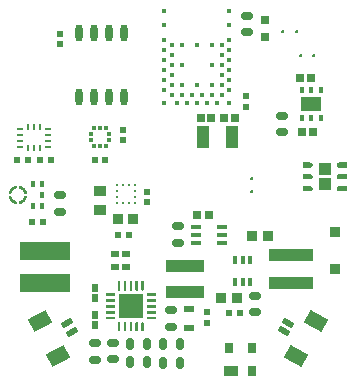
<source format=gtp>
G04*
G04 #@! TF.GenerationSoftware,Altium Limited,Altium Designer,20.2.6 (244)*
G04*
G04 Layer_Color=8421504*
%FSLAX25Y25*%
%MOIN*%
G70*
G04*
G04 #@! TF.SameCoordinates,E73447B6-61B4-4EEF-956E-7A2C62B3FEF5*
G04*
G04*
G04 #@! TF.FilePolarity,Positive*
G04*
G01*
G75*
%ADD11C,0.00984*%
%ADD19R,0.03937X0.03937*%
%ADD20R,0.01661X0.01968*%
%ADD21R,0.03228X0.03228*%
%ADD22R,0.03228X0.03228*%
%ADD23R,0.03228X0.03228*%
%ADD24R,0.01575X0.01575*%
%ADD25R,0.02677X0.02520*%
%ADD26C,0.01595*%
G04:AMPARAMS|DCode=27|XSize=66.93mil|YSize=47.24mil|CornerRadius=0mil|HoleSize=0mil|Usage=FLASHONLY|Rotation=28.000|XOffset=0mil|YOffset=0mil|HoleType=Round|Shape=Rectangle|*
%AMROTATEDRECTD27*
4,1,4,-0.01846,-0.03657,-0.04064,0.00515,0.01846,0.03657,0.04064,-0.00515,-0.01846,-0.03657,0.0*
%
%ADD27ROTATEDRECTD27*%

G04:AMPARAMS|DCode=28|XSize=39.37mil|YSize=19.68mil|CornerRadius=0mil|HoleSize=0mil|Usage=FLASHONLY|Rotation=28.000|XOffset=0mil|YOffset=0mil|HoleType=Round|Shape=Rectangle|*
%AMROTATEDRECTD28*
4,1,4,-0.01276,-0.01793,-0.02200,-0.00055,0.01276,0.01793,0.02200,0.00055,-0.01276,-0.01793,0.0*
%
%ADD28ROTATEDRECTD28*%

%ADD29R,0.04331X0.07480*%
%ADD30R,0.03740X0.03543*%
G04:AMPARAMS|DCode=31|XSize=39.37mil|YSize=27.56mil|CornerRadius=6.89mil|HoleSize=0mil|Usage=FLASHONLY|Rotation=180.000|XOffset=0mil|YOffset=0mil|HoleType=Round|Shape=RoundedRectangle|*
%AMROUNDEDRECTD31*
21,1,0.03937,0.01378,0,0,180.0*
21,1,0.02559,0.02756,0,0,180.0*
1,1,0.01378,-0.01280,0.00689*
1,1,0.01378,0.01280,0.00689*
1,1,0.01378,0.01280,-0.00689*
1,1,0.01378,-0.01280,-0.00689*
%
%ADD31ROUNDEDRECTD31*%
G04:AMPARAMS|DCode=32|XSize=39.37mil|YSize=27.56mil|CornerRadius=6.89mil|HoleSize=0mil|Usage=FLASHONLY|Rotation=270.000|XOffset=0mil|YOffset=0mil|HoleType=Round|Shape=RoundedRectangle|*
%AMROUNDEDRECTD32*
21,1,0.03937,0.01378,0,0,270.0*
21,1,0.02559,0.02756,0,0,270.0*
1,1,0.01378,-0.00689,-0.01280*
1,1,0.01378,-0.00689,0.01280*
1,1,0.01378,0.00689,0.01280*
1,1,0.01378,0.00689,-0.01280*
%
%ADD32ROUNDEDRECTD32*%
%ADD33R,0.02992X0.02835*%
%ADD34R,0.03740X0.01772*%
G04:AMPARAMS|DCode=35|XSize=21.65mil|YSize=19.68mil|CornerRadius=2.46mil|HoleSize=0mil|Usage=FLASHONLY|Rotation=0.000|XOffset=0mil|YOffset=0mil|HoleType=Round|Shape=RoundedRectangle|*
%AMROUNDEDRECTD35*
21,1,0.02165,0.01476,0,0,0.0*
21,1,0.01673,0.01968,0,0,0.0*
1,1,0.00492,0.00837,-0.00738*
1,1,0.00492,-0.00837,-0.00738*
1,1,0.00492,-0.00837,0.00738*
1,1,0.00492,0.00837,0.00738*
%
%ADD35ROUNDEDRECTD35*%
%ADD36R,0.06693X0.04921*%
%ADD37R,0.01575X0.02165*%
%ADD38R,0.03937X0.03543*%
G04:AMPARAMS|DCode=39|XSize=21.65mil|YSize=19.68mil|CornerRadius=2.46mil|HoleSize=0mil|Usage=FLASHONLY|Rotation=270.000|XOffset=0mil|YOffset=0mil|HoleType=Round|Shape=RoundedRectangle|*
%AMROUNDEDRECTD39*
21,1,0.02165,0.01476,0,0,270.0*
21,1,0.01673,0.01968,0,0,270.0*
1,1,0.00492,-0.00738,-0.00837*
1,1,0.00492,-0.00738,0.00837*
1,1,0.00492,0.00738,0.00837*
1,1,0.00492,0.00738,-0.00837*
%
%ADD39ROUNDEDRECTD39*%
%ADD40R,0.00984X0.01083*%
%ADD41R,0.01083X0.00984*%
%ADD42R,0.03347X0.03740*%
G04:AMPARAMS|DCode=43|XSize=10mil|YSize=10mil|CornerRadius=1.25mil|HoleSize=0mil|Usage=FLASHONLY|Rotation=90.000|XOffset=0mil|YOffset=0mil|HoleType=Round|Shape=RoundedRectangle|*
%AMROUNDEDRECTD43*
21,1,0.01000,0.00750,0,0,90.0*
21,1,0.00750,0.01000,0,0,90.0*
1,1,0.00250,0.00375,0.00375*
1,1,0.00250,0.00375,-0.00375*
1,1,0.00250,-0.00375,-0.00375*
1,1,0.00250,-0.00375,0.00375*
%
%ADD43ROUNDEDRECTD43*%
G04:AMPARAMS|DCode=44|XSize=10mil|YSize=10mil|CornerRadius=1.25mil|HoleSize=0mil|Usage=FLASHONLY|Rotation=180.000|XOffset=0mil|YOffset=0mil|HoleType=Round|Shape=RoundedRectangle|*
%AMROUNDEDRECTD44*
21,1,0.01000,0.00750,0,0,180.0*
21,1,0.00750,0.01000,0,0,180.0*
1,1,0.00250,-0.00375,0.00375*
1,1,0.00250,0.00375,0.00375*
1,1,0.00250,0.00375,-0.00375*
1,1,0.00250,-0.00375,-0.00375*
%
%ADD44ROUNDEDRECTD44*%
%ADD45O,0.02362X0.05709*%
%ADD46R,0.03150X0.03150*%
%ADD47R,0.03740X0.02165*%
G04:AMPARAMS|DCode=48|XSize=39.37mil|YSize=19.68mil|CornerRadius=0mil|HoleSize=0mil|Usage=FLASHONLY|Rotation=151.000|XOffset=0mil|YOffset=0mil|HoleType=Round|Shape=Rectangle|*
%AMROTATEDRECTD48*
4,1,4,0.02199,-0.00094,0.01245,-0.01815,-0.02199,0.00094,-0.01245,0.01815,0.02199,-0.00094,0.0*
%
%ADD48ROTATEDRECTD48*%

G04:AMPARAMS|DCode=49|XSize=66.93mil|YSize=47.24mil|CornerRadius=0mil|HoleSize=0mil|Usage=FLASHONLY|Rotation=151.000|XOffset=0mil|YOffset=0mil|HoleType=Round|Shape=Rectangle|*
%AMROTATEDRECTD49*
4,1,4,0.04072,0.00444,0.01782,-0.03688,-0.04072,-0.00444,-0.01782,0.03688,0.04072,0.00444,0.0*
%
%ADD49ROTATEDRECTD49*%

%ADD50R,0.01378X0.03150*%
%ADD51R,0.01378X0.01476*%
%ADD52R,0.01476X0.01378*%
%ADD53R,0.01870X0.00984*%
%ADD54R,0.00984X0.01870*%
%ADD55C,0.00992*%
%ADD56R,0.08071X0.08071*%
%ADD57R,0.14567X0.03858*%
%ADD58R,0.16929X0.06299*%
%ADD59R,0.12598X0.03937*%
%ADD60R,0.03150X0.03543*%
%ADD61R,0.04724X0.03543*%
%ADD62R,0.02441X0.02598*%
%ADD63R,0.02598X0.02441*%
G36*
X56405Y10051D02*
X53768D01*
X53442Y10186D01*
X53193Y10435D01*
X53058Y10761D01*
Y10937D01*
Y11113D01*
X53193Y11439D01*
X53442Y11688D01*
X53768Y11823D01*
X53944D01*
X53944Y11823D01*
X56405Y11823D01*
X56405Y10051D01*
D02*
G37*
G36*
X44603Y11688D02*
X44853Y11439D01*
X44987Y11113D01*
Y10937D01*
Y10761D01*
X44853Y10435D01*
X44603Y10186D01*
X44278Y10051D01*
X44102D01*
X44102Y10051D01*
X41641Y10051D01*
X41641Y11823D01*
X44102Y11823D01*
X44278D01*
X44603Y11688D01*
D02*
G37*
G36*
X44603Y7751D02*
X44853Y7502D01*
X44987Y7176D01*
Y7000D01*
Y6824D01*
X44853Y6498D01*
X44603Y6249D01*
X44278Y6114D01*
X44102D01*
X44102Y6114D01*
X41641Y6114D01*
Y7886D01*
X44102Y7886D01*
X44278D01*
X44603Y7751D01*
D02*
G37*
G36*
X56405Y7886D02*
X56405Y6114D01*
X53944Y6114D01*
X53768D01*
X53442Y6249D01*
X53193Y6498D01*
X53058Y6824D01*
Y7000D01*
Y7176D01*
X53193Y7502D01*
X53442Y7751D01*
X53768Y7886D01*
X53944D01*
X53944Y7886D01*
X56405Y7886D01*
D02*
G37*
G36*
X44603Y3814D02*
X44853Y3565D01*
X44987Y3239D01*
Y3063D01*
Y2887D01*
X44853Y2561D01*
X44603Y2312D01*
X44278Y2177D01*
X44102D01*
Y2177D01*
X41641Y2177D01*
X41641Y3949D01*
X44278D01*
X44603Y3814D01*
D02*
G37*
G36*
X56405Y3949D02*
X56405Y2177D01*
X53944Y2177D01*
X53768D01*
X53442Y2312D01*
X53193Y2561D01*
X53058Y2887D01*
Y3063D01*
Y3239D01*
X53193Y3565D01*
X53442Y3814D01*
X53768Y3949D01*
X53944D01*
X56405Y3949D01*
D02*
G37*
G36*
X-11187Y-30531D02*
Y-30621D01*
X-11256Y-30787D01*
X-11384Y-30915D01*
X-11550Y-30983D01*
X-11730D01*
X-11897Y-30915D01*
X-12024Y-30787D01*
X-12093Y-30621D01*
Y-30531D01*
Y-27834D01*
X-11187D01*
X-11187Y-30531D01*
D02*
G37*
G36*
X-13156D02*
Y-30621D01*
X-13225Y-30787D01*
X-13352Y-30915D01*
X-13519Y-30983D01*
X-13699D01*
X-13865Y-30915D01*
X-13993Y-30787D01*
X-14061Y-30621D01*
Y-30531D01*
X-14061D01*
Y-27834D01*
X-13156D01*
Y-30531D01*
D02*
G37*
G36*
X-15124D02*
Y-30621D01*
X-15193Y-30787D01*
X-15321Y-30915D01*
X-15487Y-30983D01*
X-15667D01*
X-15834Y-30915D01*
X-15961Y-30787D01*
X-16030Y-30621D01*
Y-30531D01*
Y-27834D01*
X-15124D01*
Y-30531D01*
D02*
G37*
G36*
X-17093D02*
Y-30621D01*
X-17162Y-30787D01*
X-17289Y-30915D01*
X-17456Y-30983D01*
X-17636D01*
X-17802Y-30915D01*
X-17930Y-30787D01*
X-17998Y-30621D01*
Y-30531D01*
Y-27834D01*
X-17093D01*
X-17093Y-30531D01*
D02*
G37*
G36*
X-19061D02*
Y-30621D01*
X-19130Y-30787D01*
X-19258Y-30915D01*
X-19424Y-30983D01*
X-19604D01*
X-19771Y-30915D01*
X-19898Y-30787D01*
X-19967Y-30621D01*
Y-30531D01*
X-19967D01*
Y-27834D01*
X-19061D01*
Y-30531D01*
D02*
G37*
G36*
X-9908Y-31810D02*
X-7211D01*
Y-32716D01*
X-9998D01*
X-10164Y-32647D01*
X-10292Y-32520D01*
X-10361Y-32353D01*
Y-32263D01*
Y-32173D01*
X-10292Y-32006D01*
X-10164Y-31879D01*
X-9998Y-31810D01*
X-9908D01*
X-9908Y-31810D01*
D02*
G37*
G36*
X-20990Y-31879D02*
X-20863Y-32006D01*
X-20794Y-32173D01*
Y-32263D01*
Y-32353D01*
X-20863Y-32520D01*
X-20990Y-32647D01*
X-21156Y-32716D01*
X-23943D01*
Y-31810D01*
X-21246Y-31810D01*
X-21156D01*
X-20990Y-31879D01*
D02*
G37*
G36*
X-7211Y-34684D02*
X-9908Y-34684D01*
X-9998D01*
X-10164Y-34615D01*
X-10292Y-34488D01*
X-10361Y-34322D01*
Y-34231D01*
Y-34141D01*
X-10292Y-33975D01*
X-10164Y-33848D01*
X-9998Y-33779D01*
X-7211D01*
Y-34684D01*
D02*
G37*
G36*
X-20990Y-33848D02*
X-20863Y-33975D01*
X-20794Y-34141D01*
Y-34231D01*
Y-34322D01*
X-20863Y-34488D01*
X-20990Y-34615D01*
X-21156Y-34684D01*
X-21246D01*
Y-34684D01*
X-23943D01*
Y-33779D01*
X-21156D01*
X-20990Y-33848D01*
D02*
G37*
G36*
X-7211Y-36653D02*
X-9998D01*
X-10164Y-36584D01*
X-10292Y-36457D01*
X-10361Y-36290D01*
Y-36200D01*
Y-36110D01*
X-10292Y-35943D01*
X-10164Y-35816D01*
X-9998Y-35747D01*
X-7211D01*
Y-36653D01*
D02*
G37*
G36*
X-20990Y-35816D02*
X-20863Y-35943D01*
X-20794Y-36110D01*
Y-36200D01*
Y-36290D01*
X-20863Y-36457D01*
X-20990Y-36584D01*
X-21156Y-36653D01*
X-21246D01*
Y-36653D01*
X-23943Y-36653D01*
Y-35747D01*
X-21156D01*
X-20990Y-35816D01*
D02*
G37*
G36*
X-9908Y-37716D02*
X-7211D01*
Y-38621D01*
X-9998D01*
X-10164Y-38552D01*
X-10292Y-38425D01*
X-10361Y-38259D01*
Y-38168D01*
Y-38078D01*
X-10292Y-37912D01*
X-10164Y-37785D01*
X-9998Y-37716D01*
X-9908D01*
Y-37716D01*
D02*
G37*
G36*
X-20990Y-37785D02*
X-20863Y-37912D01*
X-20794Y-38078D01*
Y-38168D01*
Y-38259D01*
X-20863Y-38425D01*
X-20990Y-38552D01*
X-21156Y-38621D01*
X-21246D01*
X-21246Y-38621D01*
X-23943D01*
Y-37716D01*
X-21156D01*
X-20990Y-37785D01*
D02*
G37*
G36*
X-7211Y-40590D02*
X-9908Y-40590D01*
X-9998D01*
X-10164Y-40521D01*
X-10292Y-40393D01*
X-10361Y-40227D01*
Y-40137D01*
Y-40047D01*
X-10292Y-39880D01*
X-10164Y-39753D01*
X-9998Y-39684D01*
X-7211D01*
Y-40590D01*
D02*
G37*
G36*
X-20990Y-39753D02*
X-20863Y-39880D01*
X-20794Y-40047D01*
Y-40137D01*
Y-40227D01*
X-20863Y-40393D01*
X-20990Y-40521D01*
X-21156Y-40590D01*
X-21246D01*
X-21246Y-40590D01*
X-23943D01*
Y-39684D01*
X-21156D01*
X-20990Y-39753D01*
D02*
G37*
G36*
X-11384Y-41486D02*
X-11256Y-41613D01*
X-11187Y-41779D01*
Y-41869D01*
X-11187D01*
Y-44566D01*
X-12093D01*
Y-41869D01*
Y-41779D01*
X-12024Y-41613D01*
X-11897Y-41486D01*
X-11730Y-41416D01*
X-11550D01*
X-11384Y-41486D01*
D02*
G37*
G36*
X-13352D02*
X-13225Y-41613D01*
X-13156Y-41779D01*
Y-41869D01*
Y-44566D01*
X-14061D01*
X-14061Y-41869D01*
Y-41779D01*
X-13993Y-41613D01*
X-13865Y-41486D01*
X-13699Y-41416D01*
X-13519D01*
X-13352Y-41486D01*
D02*
G37*
G36*
X-15321D02*
X-15193Y-41613D01*
X-15124Y-41779D01*
Y-41869D01*
Y-44566D01*
X-16030D01*
Y-41869D01*
Y-41779D01*
X-15961Y-41613D01*
X-15834Y-41486D01*
X-15667Y-41416D01*
X-15487D01*
X-15321Y-41486D01*
D02*
G37*
G36*
X-17289D02*
X-17162Y-41613D01*
X-17093Y-41779D01*
Y-41869D01*
X-17093Y-44566D01*
X-17998Y-44566D01*
Y-41869D01*
Y-41779D01*
X-17930Y-41613D01*
X-17802Y-41486D01*
X-17636Y-41416D01*
X-17456D01*
X-17289Y-41486D01*
D02*
G37*
G36*
X-19258D02*
X-19130Y-41613D01*
X-19061Y-41779D01*
Y-41869D01*
X-19061Y-44566D01*
X-19967Y-44566D01*
Y-41869D01*
Y-41779D01*
X-19898Y-41613D01*
X-19771Y-41486D01*
X-19604Y-41416D01*
X-19424D01*
X-19258Y-41486D01*
D02*
G37*
D11*
X-53968Y3518D02*
G03*
X-55898Y1589I689J-2618D01*
G01*
X-50661Y1589D02*
G03*
X-52591Y3518I-2618J-689D01*
G01*
X-52591Y-1718D02*
G03*
X-50661Y211I-689J2618D01*
G01*
X-55898Y211D02*
G03*
X-53968Y-1718I2618J689D01*
G01*
D19*
X49023Y4441D02*
D03*
X49023Y9559D02*
D03*
D20*
X-45114Y4443D02*
D03*
X-48351Y4442D02*
D03*
X-48351Y-2643D02*
D03*
X-45114Y-2643D02*
D03*
X-45114Y900D02*
D03*
D21*
X-13372Y-33995D02*
D03*
Y-38405D02*
D03*
D22*
X-17782Y-33995D02*
D03*
D23*
Y-38405D02*
D03*
D24*
X6323Y50900D02*
D03*
X11343D02*
D03*
X-2043Y34168D02*
D03*
X-2043Y37514D02*
D03*
Y40861D02*
D03*
Y44207D02*
D03*
Y47554D02*
D03*
X-2043Y50900D02*
D03*
X-4602Y31609D02*
D03*
Y35841D02*
D03*
Y39187D02*
D03*
Y42534D02*
D03*
Y45880D02*
D03*
Y49227D02*
D03*
Y52573D02*
D03*
Y57396D02*
D03*
Y62219D02*
D03*
X-370Y31609D02*
D03*
X1303Y34168D02*
D03*
X4650D02*
D03*
X7996D02*
D03*
X11343D02*
D03*
X14689Y34168D02*
D03*
X17248Y35841D02*
D03*
Y39187D02*
D03*
X14689Y40861D02*
D03*
X2976Y31609D02*
D03*
X6323D02*
D03*
X9669D02*
D03*
X13016D02*
D03*
X17248D02*
D03*
X14689Y37514D02*
D03*
X17248Y42534D02*
D03*
Y45880D02*
D03*
Y49227D02*
D03*
X17248Y52573D02*
D03*
Y62219D02*
D03*
X1303Y44207D02*
D03*
X6323Y37514D02*
D03*
X11343Y44207D02*
D03*
X14689D02*
D03*
Y47554D02*
D03*
Y50900D02*
D03*
X17248Y57396D02*
D03*
X1303Y50900D02*
D03*
X1303Y37514D02*
D03*
X11343D02*
D03*
D25*
X15491Y26563D02*
D03*
X18955D02*
D03*
X7691D02*
D03*
X11155D02*
D03*
D26*
X43314Y10937D02*
D03*
X42527Y7000D02*
D03*
X43225Y3063D02*
D03*
X54732Y3063D02*
D03*
X54821Y7000D02*
D03*
X54821Y10937D02*
D03*
D27*
X-39716Y-52788D02*
D03*
X-46000Y-40969D02*
D03*
D28*
X-35340Y-44665D02*
D03*
X-36819Y-41884D02*
D03*
D29*
X18244Y20063D02*
D03*
X8402D02*
D03*
D30*
X52606Y-23682D02*
D03*
X52606Y-11280D02*
D03*
D31*
X-2077Y-43056D02*
D03*
Y-37544D02*
D03*
X23256Y60578D02*
D03*
X23256Y55067D02*
D03*
X194Y-9610D02*
D03*
X194Y-15122D02*
D03*
X34802Y27271D02*
D03*
X34802Y21759D02*
D03*
X-21633Y-53900D02*
D03*
Y-48388D02*
D03*
X-39186Y-4756D02*
D03*
X-39186Y756D02*
D03*
X25723Y-32644D02*
D03*
X25723Y-38156D02*
D03*
X-27577Y-48444D02*
D03*
Y-53956D02*
D03*
D32*
X-10277Y-48700D02*
D03*
X-15789Y-48700D02*
D03*
X-4833Y-48900D02*
D03*
X679D02*
D03*
X-15833Y-54700D02*
D03*
X-10321D02*
D03*
X-4833Y-54972D02*
D03*
X679D02*
D03*
D33*
X40710Y39777D02*
D03*
X44568Y39777D02*
D03*
X10355Y-5651D02*
D03*
X6497Y-5651D02*
D03*
X45169Y21723D02*
D03*
X41310Y21723D02*
D03*
D34*
X5980Y-15043D02*
D03*
X5980Y-12483D02*
D03*
X5980Y-9924D02*
D03*
X14642Y-9924D02*
D03*
X14642Y-12483D02*
D03*
X14642Y-15043D02*
D03*
D35*
X22923Y30191D02*
D03*
Y33735D02*
D03*
X-10177Y-1572D02*
D03*
X-10177Y1972D02*
D03*
X-18377Y22639D02*
D03*
X-18377Y19096D02*
D03*
X9623Y-41772D02*
D03*
Y-38228D02*
D03*
X-39277Y54672D02*
D03*
Y51128D02*
D03*
D36*
X44487Y31205D02*
D03*
D37*
X47637Y35732D02*
D03*
X41338Y35732D02*
D03*
X47637Y26677D02*
D03*
X44487Y26677D02*
D03*
X41338Y26677D02*
D03*
X44487Y35732D02*
D03*
D38*
X-25788Y2350D02*
D03*
Y-3950D02*
D03*
D39*
X-16206Y-12400D02*
D03*
X-19749Y-12400D02*
D03*
X17123Y-38600D02*
D03*
X20666Y-38600D02*
D03*
X-27635Y12576D02*
D03*
X-24092Y12576D02*
D03*
X-48486Y-8000D02*
D03*
X-44942Y-8000D02*
D03*
X-53449Y12600D02*
D03*
X-49905Y12600D02*
D03*
X-45849D02*
D03*
X-42305Y12600D02*
D03*
D40*
X-14324Y4253D02*
D03*
Y-1653D02*
D03*
X-16293Y-1653D02*
D03*
X-18261D02*
D03*
X-20230Y-1653D02*
D03*
X-20230Y4253D02*
D03*
X-18261D02*
D03*
X-16293Y4253D02*
D03*
D41*
X-14324Y2284D02*
D03*
X-14324Y316D02*
D03*
X-20230D02*
D03*
X-20230Y2284D02*
D03*
D42*
X-14720Y-7200D02*
D03*
X-20035Y-7200D02*
D03*
X24820Y-12800D02*
D03*
X30135D02*
D03*
X19780Y-33300D02*
D03*
X14465D02*
D03*
D43*
X24863Y6272D02*
D03*
X24863Y1772D02*
D03*
D44*
X41092Y47221D02*
D03*
X45592D02*
D03*
X35200Y55100D02*
D03*
X39700Y55100D02*
D03*
D45*
X-32777Y33572D02*
D03*
X-27777D02*
D03*
X-22777D02*
D03*
X-17777D02*
D03*
X-32777Y55028D02*
D03*
X-27777D02*
D03*
X-22777D02*
D03*
X-17777D02*
D03*
D46*
X29134Y53407D02*
D03*
X29134Y59312D02*
D03*
D47*
X3923Y-43350D02*
D03*
Y-37050D02*
D03*
D48*
X35300Y-44482D02*
D03*
X36826Y-41728D02*
D03*
D49*
X39533Y-52681D02*
D03*
X46022Y-40973D02*
D03*
D50*
X19164Y-28002D02*
D03*
X21723Y-28002D02*
D03*
X24282Y-28002D02*
D03*
X19164Y-20798D02*
D03*
X21723D02*
D03*
X24282D02*
D03*
D51*
X-24023Y17094D02*
D03*
X-25991Y17094D02*
D03*
X-27960Y17094D02*
D03*
X-27960Y23098D02*
D03*
X-25991D02*
D03*
X-24023Y23098D02*
D03*
D52*
X-28993Y19112D02*
D03*
X-28993Y21080D02*
D03*
X-22989D02*
D03*
X-22989Y19112D02*
D03*
D53*
X-52454Y22953D02*
D03*
X-52454Y20984D02*
D03*
X-52454Y19016D02*
D03*
X-52454Y17047D02*
D03*
X-43300Y19016D02*
D03*
X-43300Y20984D02*
D03*
X-43300Y22953D02*
D03*
X-43300Y17047D02*
D03*
D54*
X-49846Y16408D02*
D03*
X-47877Y16408D02*
D03*
X-45909Y16408D02*
D03*
X-45909Y23593D02*
D03*
X-47877Y23593D02*
D03*
X-49846Y23593D02*
D03*
D55*
X-22368Y-32263D02*
D03*
Y-34231D02*
D03*
X-23491Y-36200D02*
D03*
Y-38168D02*
D03*
Y-40137D02*
D03*
X-19514Y-42991D02*
D03*
X-17546D02*
D03*
X-15577Y-44074D02*
D03*
X-13609D02*
D03*
X-11640D02*
D03*
X-8786Y-40137D02*
D03*
Y-38168D02*
D03*
X-7703Y-36200D02*
D03*
Y-34231D02*
D03*
X-7703Y-32263D02*
D03*
X-11640Y-29409D02*
D03*
X-13609Y-29409D02*
D03*
X-15577Y-28287D02*
D03*
X-17546D02*
D03*
X-19514D02*
D03*
D56*
X-15577Y-36200D02*
D03*
D57*
X37723Y-19235D02*
D03*
X37723Y-28565D02*
D03*
D58*
X-44377Y-28315D02*
D03*
X-44377Y-17685D02*
D03*
D59*
X2423Y-22669D02*
D03*
Y-31331D02*
D03*
D60*
X16986Y-50063D02*
D03*
X24860Y-50063D02*
D03*
X24860Y-57937D02*
D03*
D61*
X17773D02*
D03*
D62*
X-27577Y-38968D02*
D03*
Y-42432D02*
D03*
Y-29968D02*
D03*
Y-33432D02*
D03*
D63*
X-17291Y-23100D02*
D03*
X-20755Y-23100D02*
D03*
Y-18900D02*
D03*
X-17291Y-18900D02*
D03*
M02*

</source>
